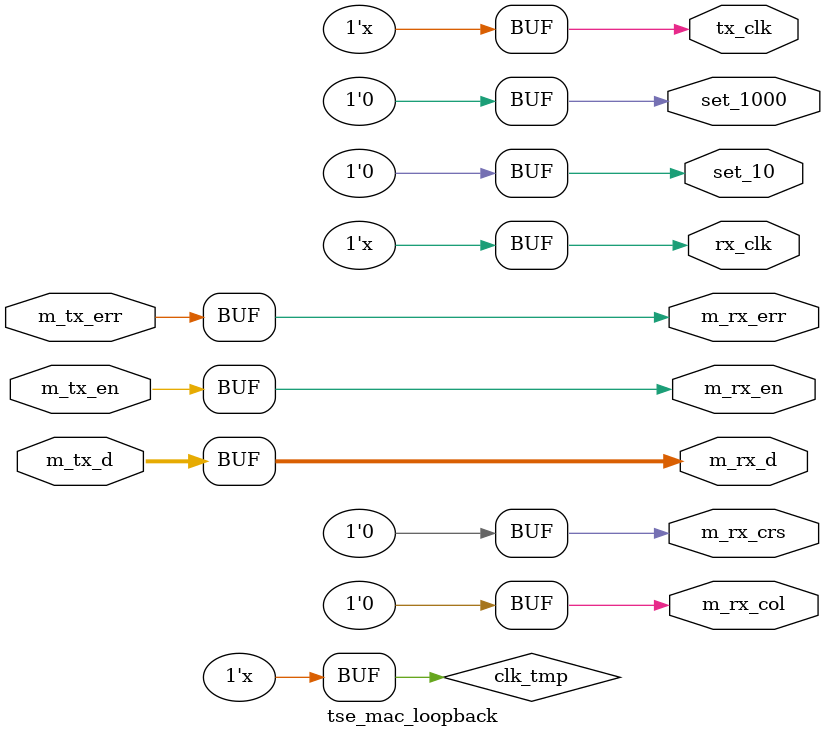
<source format=v>

`timescale 1ns / 1ps

module tse_mac_loopback (

  rx_clk,
  tx_clk,
  m_tx_d,
  m_tx_en,
  m_tx_err,
  m_rx_d,
  m_rx_en,
  m_rx_err,
  m_rx_col,
  m_rx_crs,
  set_1000,
  set_10


);


  output rx_clk;
  output tx_clk;
  input [3:0] m_tx_d;
  input m_tx_en;
  input m_tx_err;
  output [3:0] m_rx_d;
  output m_rx_en;
  output m_rx_err;
  output m_rx_col;
  output m_rx_crs;
  output set_10;
  output set_1000;


  reg clk_tmp;
  initial
     clk_tmp <= 1'b0;
  always
     #4 clk_tmp <= ~clk_tmp;

  assign rx_clk = clk_tmp;
  assign tx_clk = clk_tmp;
  assign m_rx_d=m_tx_d;
  assign m_rx_en=m_tx_en;
  assign m_rx_err=m_tx_err;
  assign m_rx_col=0;
  assign m_rx_crs=0;
  assign set_1000=0;
  assign set_10=0;


endmodule

</source>
